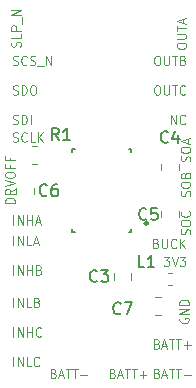
<source format=gbr>
%TF.GenerationSoftware,KiCad,Pcbnew,8.0.7*%
%TF.CreationDate,2025-02-16T23:20:21-06:00*%
%TF.ProjectId,MotorDriver,4d6f746f-7244-4726-9976-65722e6b6963,rev?*%
%TF.SameCoordinates,Original*%
%TF.FileFunction,Legend,Top*%
%TF.FilePolarity,Positive*%
%FSLAX46Y46*%
G04 Gerber Fmt 4.6, Leading zero omitted, Abs format (unit mm)*
G04 Created by KiCad (PCBNEW 8.0.7) date 2025-02-16 23:20:21*
%MOMM*%
%LPD*%
G01*
G04 APERTURE LIST*
%ADD10C,0.100000*%
%ADD11C,0.150000*%
%ADD12C,0.120000*%
%ADD13C,0.250000*%
G04 APERTURE END LIST*
D10*
X140564895Y-76280074D02*
X140564895Y-76137217D01*
X140564895Y-76137217D02*
X140602990Y-76065788D01*
X140602990Y-76065788D02*
X140679180Y-75994360D01*
X140679180Y-75994360D02*
X140831561Y-75958645D01*
X140831561Y-75958645D02*
X141098228Y-75958645D01*
X141098228Y-75958645D02*
X141250609Y-75994360D01*
X141250609Y-75994360D02*
X141326800Y-76065788D01*
X141326800Y-76065788D02*
X141364895Y-76137217D01*
X141364895Y-76137217D02*
X141364895Y-76280074D01*
X141364895Y-76280074D02*
X141326800Y-76351503D01*
X141326800Y-76351503D02*
X141250609Y-76422931D01*
X141250609Y-76422931D02*
X141098228Y-76458645D01*
X141098228Y-76458645D02*
X140831561Y-76458645D01*
X140831561Y-76458645D02*
X140679180Y-76422931D01*
X140679180Y-76422931D02*
X140602990Y-76351503D01*
X140602990Y-76351503D02*
X140564895Y-76280074D01*
X140564895Y-75637217D02*
X141212514Y-75637217D01*
X141212514Y-75637217D02*
X141288704Y-75601503D01*
X141288704Y-75601503D02*
X141326800Y-75565789D01*
X141326800Y-75565789D02*
X141364895Y-75494360D01*
X141364895Y-75494360D02*
X141364895Y-75351503D01*
X141364895Y-75351503D02*
X141326800Y-75280074D01*
X141326800Y-75280074D02*
X141288704Y-75244360D01*
X141288704Y-75244360D02*
X141212514Y-75208646D01*
X141212514Y-75208646D02*
X140564895Y-75208646D01*
X140564895Y-74958646D02*
X140564895Y-74530075D01*
X141364895Y-74744360D02*
X140564895Y-74744360D01*
X141136323Y-74315788D02*
X141136323Y-73958646D01*
X141364895Y-74387217D02*
X140564895Y-74137217D01*
X140564895Y-74137217D02*
X141364895Y-73887217D01*
X138862782Y-77064895D02*
X139005639Y-77064895D01*
X139005639Y-77064895D02*
X139077068Y-77102990D01*
X139077068Y-77102990D02*
X139148496Y-77179180D01*
X139148496Y-77179180D02*
X139184211Y-77331561D01*
X139184211Y-77331561D02*
X139184211Y-77598228D01*
X139184211Y-77598228D02*
X139148496Y-77750609D01*
X139148496Y-77750609D02*
X139077068Y-77826800D01*
X139077068Y-77826800D02*
X139005639Y-77864895D01*
X139005639Y-77864895D02*
X138862782Y-77864895D01*
X138862782Y-77864895D02*
X138791354Y-77826800D01*
X138791354Y-77826800D02*
X138719925Y-77750609D01*
X138719925Y-77750609D02*
X138684211Y-77598228D01*
X138684211Y-77598228D02*
X138684211Y-77331561D01*
X138684211Y-77331561D02*
X138719925Y-77179180D01*
X138719925Y-77179180D02*
X138791354Y-77102990D01*
X138791354Y-77102990D02*
X138862782Y-77064895D01*
X139505639Y-77064895D02*
X139505639Y-77712514D01*
X139505639Y-77712514D02*
X139541353Y-77788704D01*
X139541353Y-77788704D02*
X139577068Y-77826800D01*
X139577068Y-77826800D02*
X139648496Y-77864895D01*
X139648496Y-77864895D02*
X139791353Y-77864895D01*
X139791353Y-77864895D02*
X139862782Y-77826800D01*
X139862782Y-77826800D02*
X139898496Y-77788704D01*
X139898496Y-77788704D02*
X139934210Y-77712514D01*
X139934210Y-77712514D02*
X139934210Y-77064895D01*
X140184210Y-77064895D02*
X140612782Y-77064895D01*
X140398496Y-77864895D02*
X140398496Y-77064895D01*
X141112782Y-77445847D02*
X141219925Y-77483942D01*
X141219925Y-77483942D02*
X141255639Y-77522038D01*
X141255639Y-77522038D02*
X141291353Y-77598228D01*
X141291353Y-77598228D02*
X141291353Y-77712514D01*
X141291353Y-77712514D02*
X141255639Y-77788704D01*
X141255639Y-77788704D02*
X141219925Y-77826800D01*
X141219925Y-77826800D02*
X141148496Y-77864895D01*
X141148496Y-77864895D02*
X140862782Y-77864895D01*
X140862782Y-77864895D02*
X140862782Y-77064895D01*
X140862782Y-77064895D02*
X141112782Y-77064895D01*
X141112782Y-77064895D02*
X141184211Y-77102990D01*
X141184211Y-77102990D02*
X141219925Y-77141085D01*
X141219925Y-77141085D02*
X141255639Y-77217276D01*
X141255639Y-77217276D02*
X141255639Y-77293466D01*
X141255639Y-77293466D02*
X141219925Y-77369657D01*
X141219925Y-77369657D02*
X141184211Y-77407752D01*
X141184211Y-77407752D02*
X141112782Y-77445847D01*
X141112782Y-77445847D02*
X140862782Y-77445847D01*
X138862782Y-79564895D02*
X139005639Y-79564895D01*
X139005639Y-79564895D02*
X139077068Y-79602990D01*
X139077068Y-79602990D02*
X139148496Y-79679180D01*
X139148496Y-79679180D02*
X139184211Y-79831561D01*
X139184211Y-79831561D02*
X139184211Y-80098228D01*
X139184211Y-80098228D02*
X139148496Y-80250609D01*
X139148496Y-80250609D02*
X139077068Y-80326800D01*
X139077068Y-80326800D02*
X139005639Y-80364895D01*
X139005639Y-80364895D02*
X138862782Y-80364895D01*
X138862782Y-80364895D02*
X138791354Y-80326800D01*
X138791354Y-80326800D02*
X138719925Y-80250609D01*
X138719925Y-80250609D02*
X138684211Y-80098228D01*
X138684211Y-80098228D02*
X138684211Y-79831561D01*
X138684211Y-79831561D02*
X138719925Y-79679180D01*
X138719925Y-79679180D02*
X138791354Y-79602990D01*
X138791354Y-79602990D02*
X138862782Y-79564895D01*
X139505639Y-79564895D02*
X139505639Y-80212514D01*
X139505639Y-80212514D02*
X139541353Y-80288704D01*
X139541353Y-80288704D02*
X139577068Y-80326800D01*
X139577068Y-80326800D02*
X139648496Y-80364895D01*
X139648496Y-80364895D02*
X139791353Y-80364895D01*
X139791353Y-80364895D02*
X139862782Y-80326800D01*
X139862782Y-80326800D02*
X139898496Y-80288704D01*
X139898496Y-80288704D02*
X139934210Y-80212514D01*
X139934210Y-80212514D02*
X139934210Y-79564895D01*
X140184210Y-79564895D02*
X140612782Y-79564895D01*
X140398496Y-80364895D02*
X140398496Y-79564895D01*
X141291353Y-80288704D02*
X141255639Y-80326800D01*
X141255639Y-80326800D02*
X141148496Y-80364895D01*
X141148496Y-80364895D02*
X141077068Y-80364895D01*
X141077068Y-80364895D02*
X140969925Y-80326800D01*
X140969925Y-80326800D02*
X140898496Y-80250609D01*
X140898496Y-80250609D02*
X140862782Y-80174419D01*
X140862782Y-80174419D02*
X140827068Y-80022038D01*
X140827068Y-80022038D02*
X140827068Y-79907752D01*
X140827068Y-79907752D02*
X140862782Y-79755371D01*
X140862782Y-79755371D02*
X140898496Y-79679180D01*
X140898496Y-79679180D02*
X140969925Y-79602990D01*
X140969925Y-79602990D02*
X141077068Y-79564895D01*
X141077068Y-79564895D02*
X141148496Y-79564895D01*
X141148496Y-79564895D02*
X141255639Y-79602990D01*
X141255639Y-79602990D02*
X141291353Y-79641085D01*
X140077068Y-82864895D02*
X140077068Y-82064895D01*
X140077068Y-82064895D02*
X140505639Y-82864895D01*
X140505639Y-82864895D02*
X140505639Y-82064895D01*
X141291353Y-82788704D02*
X141255639Y-82826800D01*
X141255639Y-82826800D02*
X141148496Y-82864895D01*
X141148496Y-82864895D02*
X141077068Y-82864895D01*
X141077068Y-82864895D02*
X140969925Y-82826800D01*
X140969925Y-82826800D02*
X140898496Y-82750609D01*
X140898496Y-82750609D02*
X140862782Y-82674419D01*
X140862782Y-82674419D02*
X140827068Y-82522038D01*
X140827068Y-82522038D02*
X140827068Y-82407752D01*
X140827068Y-82407752D02*
X140862782Y-82255371D01*
X140862782Y-82255371D02*
X140898496Y-82179180D01*
X140898496Y-82179180D02*
X140969925Y-82102990D01*
X140969925Y-82102990D02*
X141077068Y-82064895D01*
X141077068Y-82064895D02*
X141148496Y-82064895D01*
X141148496Y-82064895D02*
X141255639Y-82102990D01*
X141255639Y-82102990D02*
X141291353Y-82141085D01*
X141692092Y-85997205D02*
X141730187Y-85890063D01*
X141730187Y-85890063D02*
X141730187Y-85711491D01*
X141730187Y-85711491D02*
X141692092Y-85640063D01*
X141692092Y-85640063D02*
X141653996Y-85604348D01*
X141653996Y-85604348D02*
X141577806Y-85568634D01*
X141577806Y-85568634D02*
X141501615Y-85568634D01*
X141501615Y-85568634D02*
X141425425Y-85604348D01*
X141425425Y-85604348D02*
X141387330Y-85640063D01*
X141387330Y-85640063D02*
X141349234Y-85711491D01*
X141349234Y-85711491D02*
X141311139Y-85854348D01*
X141311139Y-85854348D02*
X141273044Y-85925777D01*
X141273044Y-85925777D02*
X141234949Y-85961491D01*
X141234949Y-85961491D02*
X141158758Y-85997205D01*
X141158758Y-85997205D02*
X141082568Y-85997205D01*
X141082568Y-85997205D02*
X141006377Y-85961491D01*
X141006377Y-85961491D02*
X140968282Y-85925777D01*
X140968282Y-85925777D02*
X140930187Y-85854348D01*
X140930187Y-85854348D02*
X140930187Y-85675777D01*
X140930187Y-85675777D02*
X140968282Y-85568634D01*
X140930187Y-85104348D02*
X140930187Y-84961491D01*
X140930187Y-84961491D02*
X140968282Y-84890062D01*
X140968282Y-84890062D02*
X141044472Y-84818634D01*
X141044472Y-84818634D02*
X141196853Y-84782919D01*
X141196853Y-84782919D02*
X141463520Y-84782919D01*
X141463520Y-84782919D02*
X141615901Y-84818634D01*
X141615901Y-84818634D02*
X141692092Y-84890062D01*
X141692092Y-84890062D02*
X141730187Y-84961491D01*
X141730187Y-84961491D02*
X141730187Y-85104348D01*
X141730187Y-85104348D02*
X141692092Y-85175777D01*
X141692092Y-85175777D02*
X141615901Y-85247205D01*
X141615901Y-85247205D02*
X141463520Y-85282919D01*
X141463520Y-85282919D02*
X141196853Y-85282919D01*
X141196853Y-85282919D02*
X141044472Y-85247205D01*
X141044472Y-85247205D02*
X140968282Y-85175777D01*
X140968282Y-85175777D02*
X140930187Y-85104348D01*
X141501615Y-84497205D02*
X141501615Y-84140063D01*
X141730187Y-84568634D02*
X140930187Y-84318634D01*
X140930187Y-84318634D02*
X141730187Y-84068634D01*
X141702573Y-88944738D02*
X141740668Y-88837596D01*
X141740668Y-88837596D02*
X141740668Y-88659024D01*
X141740668Y-88659024D02*
X141702573Y-88587596D01*
X141702573Y-88587596D02*
X141664477Y-88551881D01*
X141664477Y-88551881D02*
X141588287Y-88516167D01*
X141588287Y-88516167D02*
X141512096Y-88516167D01*
X141512096Y-88516167D02*
X141435906Y-88551881D01*
X141435906Y-88551881D02*
X141397811Y-88587596D01*
X141397811Y-88587596D02*
X141359715Y-88659024D01*
X141359715Y-88659024D02*
X141321620Y-88801881D01*
X141321620Y-88801881D02*
X141283525Y-88873310D01*
X141283525Y-88873310D02*
X141245430Y-88909024D01*
X141245430Y-88909024D02*
X141169239Y-88944738D01*
X141169239Y-88944738D02*
X141093049Y-88944738D01*
X141093049Y-88944738D02*
X141016858Y-88909024D01*
X141016858Y-88909024D02*
X140978763Y-88873310D01*
X140978763Y-88873310D02*
X140940668Y-88801881D01*
X140940668Y-88801881D02*
X140940668Y-88623310D01*
X140940668Y-88623310D02*
X140978763Y-88516167D01*
X140940668Y-88051881D02*
X140940668Y-87909024D01*
X140940668Y-87909024D02*
X140978763Y-87837595D01*
X140978763Y-87837595D02*
X141054953Y-87766167D01*
X141054953Y-87766167D02*
X141207334Y-87730452D01*
X141207334Y-87730452D02*
X141474001Y-87730452D01*
X141474001Y-87730452D02*
X141626382Y-87766167D01*
X141626382Y-87766167D02*
X141702573Y-87837595D01*
X141702573Y-87837595D02*
X141740668Y-87909024D01*
X141740668Y-87909024D02*
X141740668Y-88051881D01*
X141740668Y-88051881D02*
X141702573Y-88123310D01*
X141702573Y-88123310D02*
X141626382Y-88194738D01*
X141626382Y-88194738D02*
X141474001Y-88230452D01*
X141474001Y-88230452D02*
X141207334Y-88230452D01*
X141207334Y-88230452D02*
X141054953Y-88194738D01*
X141054953Y-88194738D02*
X140978763Y-88123310D01*
X140978763Y-88123310D02*
X140940668Y-88051881D01*
X141321620Y-87159024D02*
X141359715Y-87051881D01*
X141359715Y-87051881D02*
X141397811Y-87016167D01*
X141397811Y-87016167D02*
X141474001Y-86980453D01*
X141474001Y-86980453D02*
X141588287Y-86980453D01*
X141588287Y-86980453D02*
X141664477Y-87016167D01*
X141664477Y-87016167D02*
X141702573Y-87051881D01*
X141702573Y-87051881D02*
X141740668Y-87123310D01*
X141740668Y-87123310D02*
X141740668Y-87409024D01*
X141740668Y-87409024D02*
X140940668Y-87409024D01*
X140940668Y-87409024D02*
X140940668Y-87159024D01*
X140940668Y-87159024D02*
X140978763Y-87087596D01*
X140978763Y-87087596D02*
X141016858Y-87051881D01*
X141016858Y-87051881D02*
X141093049Y-87016167D01*
X141093049Y-87016167D02*
X141169239Y-87016167D01*
X141169239Y-87016167D02*
X141245430Y-87051881D01*
X141245430Y-87051881D02*
X141283525Y-87087596D01*
X141283525Y-87087596D02*
X141321620Y-87159024D01*
X141321620Y-87159024D02*
X141321620Y-87409024D01*
X141681611Y-92193893D02*
X141719706Y-92086751D01*
X141719706Y-92086751D02*
X141719706Y-91908179D01*
X141719706Y-91908179D02*
X141681611Y-91836751D01*
X141681611Y-91836751D02*
X141643515Y-91801036D01*
X141643515Y-91801036D02*
X141567325Y-91765322D01*
X141567325Y-91765322D02*
X141491134Y-91765322D01*
X141491134Y-91765322D02*
X141414944Y-91801036D01*
X141414944Y-91801036D02*
X141376849Y-91836751D01*
X141376849Y-91836751D02*
X141338753Y-91908179D01*
X141338753Y-91908179D02*
X141300658Y-92051036D01*
X141300658Y-92051036D02*
X141262563Y-92122465D01*
X141262563Y-92122465D02*
X141224468Y-92158179D01*
X141224468Y-92158179D02*
X141148277Y-92193893D01*
X141148277Y-92193893D02*
X141072087Y-92193893D01*
X141072087Y-92193893D02*
X140995896Y-92158179D01*
X140995896Y-92158179D02*
X140957801Y-92122465D01*
X140957801Y-92122465D02*
X140919706Y-92051036D01*
X140919706Y-92051036D02*
X140919706Y-91872465D01*
X140919706Y-91872465D02*
X140957801Y-91765322D01*
X140919706Y-91301036D02*
X140919706Y-91158179D01*
X140919706Y-91158179D02*
X140957801Y-91086750D01*
X140957801Y-91086750D02*
X141033991Y-91015322D01*
X141033991Y-91015322D02*
X141186372Y-90979607D01*
X141186372Y-90979607D02*
X141453039Y-90979607D01*
X141453039Y-90979607D02*
X141605420Y-91015322D01*
X141605420Y-91015322D02*
X141681611Y-91086750D01*
X141681611Y-91086750D02*
X141719706Y-91158179D01*
X141719706Y-91158179D02*
X141719706Y-91301036D01*
X141719706Y-91301036D02*
X141681611Y-91372465D01*
X141681611Y-91372465D02*
X141605420Y-91443893D01*
X141605420Y-91443893D02*
X141453039Y-91479607D01*
X141453039Y-91479607D02*
X141186372Y-91479607D01*
X141186372Y-91479607D02*
X141033991Y-91443893D01*
X141033991Y-91443893D02*
X140957801Y-91372465D01*
X140957801Y-91372465D02*
X140919706Y-91301036D01*
X141643515Y-90229608D02*
X141681611Y-90265322D01*
X141681611Y-90265322D02*
X141719706Y-90372465D01*
X141719706Y-90372465D02*
X141719706Y-90443893D01*
X141719706Y-90443893D02*
X141681611Y-90551036D01*
X141681611Y-90551036D02*
X141605420Y-90622465D01*
X141605420Y-90622465D02*
X141529230Y-90658179D01*
X141529230Y-90658179D02*
X141376849Y-90693893D01*
X141376849Y-90693893D02*
X141262563Y-90693893D01*
X141262563Y-90693893D02*
X141110182Y-90658179D01*
X141110182Y-90658179D02*
X141033991Y-90622465D01*
X141033991Y-90622465D02*
X140957801Y-90551036D01*
X140957801Y-90551036D02*
X140919706Y-90443893D01*
X140919706Y-90443893D02*
X140919706Y-90372465D01*
X140919706Y-90372465D02*
X140957801Y-90265322D01*
X140957801Y-90265322D02*
X140995896Y-90229608D01*
X138827068Y-92945847D02*
X138934211Y-92983942D01*
X138934211Y-92983942D02*
X138969925Y-93022038D01*
X138969925Y-93022038D02*
X139005639Y-93098228D01*
X139005639Y-93098228D02*
X139005639Y-93212514D01*
X139005639Y-93212514D02*
X138969925Y-93288704D01*
X138969925Y-93288704D02*
X138934211Y-93326800D01*
X138934211Y-93326800D02*
X138862782Y-93364895D01*
X138862782Y-93364895D02*
X138577068Y-93364895D01*
X138577068Y-93364895D02*
X138577068Y-92564895D01*
X138577068Y-92564895D02*
X138827068Y-92564895D01*
X138827068Y-92564895D02*
X138898497Y-92602990D01*
X138898497Y-92602990D02*
X138934211Y-92641085D01*
X138934211Y-92641085D02*
X138969925Y-92717276D01*
X138969925Y-92717276D02*
X138969925Y-92793466D01*
X138969925Y-92793466D02*
X138934211Y-92869657D01*
X138934211Y-92869657D02*
X138898497Y-92907752D01*
X138898497Y-92907752D02*
X138827068Y-92945847D01*
X138827068Y-92945847D02*
X138577068Y-92945847D01*
X139327068Y-92564895D02*
X139327068Y-93212514D01*
X139327068Y-93212514D02*
X139362782Y-93288704D01*
X139362782Y-93288704D02*
X139398497Y-93326800D01*
X139398497Y-93326800D02*
X139469925Y-93364895D01*
X139469925Y-93364895D02*
X139612782Y-93364895D01*
X139612782Y-93364895D02*
X139684211Y-93326800D01*
X139684211Y-93326800D02*
X139719925Y-93288704D01*
X139719925Y-93288704D02*
X139755639Y-93212514D01*
X139755639Y-93212514D02*
X139755639Y-92564895D01*
X140541353Y-93288704D02*
X140505639Y-93326800D01*
X140505639Y-93326800D02*
X140398496Y-93364895D01*
X140398496Y-93364895D02*
X140327068Y-93364895D01*
X140327068Y-93364895D02*
X140219925Y-93326800D01*
X140219925Y-93326800D02*
X140148496Y-93250609D01*
X140148496Y-93250609D02*
X140112782Y-93174419D01*
X140112782Y-93174419D02*
X140077068Y-93022038D01*
X140077068Y-93022038D02*
X140077068Y-92907752D01*
X140077068Y-92907752D02*
X140112782Y-92755371D01*
X140112782Y-92755371D02*
X140148496Y-92679180D01*
X140148496Y-92679180D02*
X140219925Y-92602990D01*
X140219925Y-92602990D02*
X140327068Y-92564895D01*
X140327068Y-92564895D02*
X140398496Y-92564895D01*
X140398496Y-92564895D02*
X140505639Y-92602990D01*
X140505639Y-92602990D02*
X140541353Y-92641085D01*
X140862782Y-93364895D02*
X140862782Y-92564895D01*
X141291353Y-93364895D02*
X140969925Y-92907752D01*
X141291353Y-92564895D02*
X140862782Y-93022038D01*
X139469924Y-94064895D02*
X139934210Y-94064895D01*
X139934210Y-94064895D02*
X139684210Y-94369657D01*
X139684210Y-94369657D02*
X139791353Y-94369657D01*
X139791353Y-94369657D02*
X139862782Y-94407752D01*
X139862782Y-94407752D02*
X139898496Y-94445847D01*
X139898496Y-94445847D02*
X139934210Y-94522038D01*
X139934210Y-94522038D02*
X139934210Y-94712514D01*
X139934210Y-94712514D02*
X139898496Y-94788704D01*
X139898496Y-94788704D02*
X139862782Y-94826800D01*
X139862782Y-94826800D02*
X139791353Y-94864895D01*
X139791353Y-94864895D02*
X139577067Y-94864895D01*
X139577067Y-94864895D02*
X139505639Y-94826800D01*
X139505639Y-94826800D02*
X139469924Y-94788704D01*
X140148496Y-94064895D02*
X140398496Y-94864895D01*
X140398496Y-94864895D02*
X140648496Y-94064895D01*
X140827067Y-94064895D02*
X141291353Y-94064895D01*
X141291353Y-94064895D02*
X141041353Y-94369657D01*
X141041353Y-94369657D02*
X141148496Y-94369657D01*
X141148496Y-94369657D02*
X141219925Y-94407752D01*
X141219925Y-94407752D02*
X141255639Y-94445847D01*
X141255639Y-94445847D02*
X141291353Y-94522038D01*
X141291353Y-94522038D02*
X141291353Y-94712514D01*
X141291353Y-94712514D02*
X141255639Y-94788704D01*
X141255639Y-94788704D02*
X141219925Y-94826800D01*
X141219925Y-94826800D02*
X141148496Y-94864895D01*
X141148496Y-94864895D02*
X140934210Y-94864895D01*
X140934210Y-94864895D02*
X140862782Y-94826800D01*
X140862782Y-94826800D02*
X140827067Y-94788704D01*
X140852990Y-99280074D02*
X140814895Y-99351503D01*
X140814895Y-99351503D02*
X140814895Y-99458645D01*
X140814895Y-99458645D02*
X140852990Y-99565788D01*
X140852990Y-99565788D02*
X140929180Y-99637217D01*
X140929180Y-99637217D02*
X141005371Y-99672931D01*
X141005371Y-99672931D02*
X141157752Y-99708645D01*
X141157752Y-99708645D02*
X141272038Y-99708645D01*
X141272038Y-99708645D02*
X141424419Y-99672931D01*
X141424419Y-99672931D02*
X141500609Y-99637217D01*
X141500609Y-99637217D02*
X141576800Y-99565788D01*
X141576800Y-99565788D02*
X141614895Y-99458645D01*
X141614895Y-99458645D02*
X141614895Y-99387217D01*
X141614895Y-99387217D02*
X141576800Y-99280074D01*
X141576800Y-99280074D02*
X141538704Y-99244360D01*
X141538704Y-99244360D02*
X141272038Y-99244360D01*
X141272038Y-99244360D02*
X141272038Y-99387217D01*
X141614895Y-98922931D02*
X140814895Y-98922931D01*
X140814895Y-98922931D02*
X141614895Y-98494360D01*
X141614895Y-98494360D02*
X140814895Y-98494360D01*
X141614895Y-98137217D02*
X140814895Y-98137217D01*
X140814895Y-98137217D02*
X140814895Y-97958646D01*
X140814895Y-97958646D02*
X140852990Y-97851503D01*
X140852990Y-97851503D02*
X140929180Y-97780074D01*
X140929180Y-97780074D02*
X141005371Y-97744360D01*
X141005371Y-97744360D02*
X141157752Y-97708646D01*
X141157752Y-97708646D02*
X141272038Y-97708646D01*
X141272038Y-97708646D02*
X141424419Y-97744360D01*
X141424419Y-97744360D02*
X141500609Y-97780074D01*
X141500609Y-97780074D02*
X141576800Y-97851503D01*
X141576800Y-97851503D02*
X141614895Y-97958646D01*
X141614895Y-97958646D02*
X141614895Y-98137217D01*
X138898496Y-101445847D02*
X139005639Y-101483942D01*
X139005639Y-101483942D02*
X139041353Y-101522038D01*
X139041353Y-101522038D02*
X139077067Y-101598228D01*
X139077067Y-101598228D02*
X139077067Y-101712514D01*
X139077067Y-101712514D02*
X139041353Y-101788704D01*
X139041353Y-101788704D02*
X139005639Y-101826800D01*
X139005639Y-101826800D02*
X138934210Y-101864895D01*
X138934210Y-101864895D02*
X138648496Y-101864895D01*
X138648496Y-101864895D02*
X138648496Y-101064895D01*
X138648496Y-101064895D02*
X138898496Y-101064895D01*
X138898496Y-101064895D02*
X138969925Y-101102990D01*
X138969925Y-101102990D02*
X139005639Y-101141085D01*
X139005639Y-101141085D02*
X139041353Y-101217276D01*
X139041353Y-101217276D02*
X139041353Y-101293466D01*
X139041353Y-101293466D02*
X139005639Y-101369657D01*
X139005639Y-101369657D02*
X138969925Y-101407752D01*
X138969925Y-101407752D02*
X138898496Y-101445847D01*
X138898496Y-101445847D02*
X138648496Y-101445847D01*
X139362782Y-101636323D02*
X139719925Y-101636323D01*
X139291353Y-101864895D02*
X139541353Y-101064895D01*
X139541353Y-101064895D02*
X139791353Y-101864895D01*
X139934210Y-101064895D02*
X140362782Y-101064895D01*
X140148496Y-101864895D02*
X140148496Y-101064895D01*
X140505639Y-101064895D02*
X140934211Y-101064895D01*
X140719925Y-101864895D02*
X140719925Y-101064895D01*
X141184211Y-101560133D02*
X141755640Y-101560133D01*
X141469925Y-101864895D02*
X141469925Y-101255371D01*
X135148496Y-103945847D02*
X135255639Y-103983942D01*
X135255639Y-103983942D02*
X135291353Y-104022038D01*
X135291353Y-104022038D02*
X135327067Y-104098228D01*
X135327067Y-104098228D02*
X135327067Y-104212514D01*
X135327067Y-104212514D02*
X135291353Y-104288704D01*
X135291353Y-104288704D02*
X135255639Y-104326800D01*
X135255639Y-104326800D02*
X135184210Y-104364895D01*
X135184210Y-104364895D02*
X134898496Y-104364895D01*
X134898496Y-104364895D02*
X134898496Y-103564895D01*
X134898496Y-103564895D02*
X135148496Y-103564895D01*
X135148496Y-103564895D02*
X135219925Y-103602990D01*
X135219925Y-103602990D02*
X135255639Y-103641085D01*
X135255639Y-103641085D02*
X135291353Y-103717276D01*
X135291353Y-103717276D02*
X135291353Y-103793466D01*
X135291353Y-103793466D02*
X135255639Y-103869657D01*
X135255639Y-103869657D02*
X135219925Y-103907752D01*
X135219925Y-103907752D02*
X135148496Y-103945847D01*
X135148496Y-103945847D02*
X134898496Y-103945847D01*
X135612782Y-104136323D02*
X135969925Y-104136323D01*
X135541353Y-104364895D02*
X135791353Y-103564895D01*
X135791353Y-103564895D02*
X136041353Y-104364895D01*
X136184210Y-103564895D02*
X136612782Y-103564895D01*
X136398496Y-104364895D02*
X136398496Y-103564895D01*
X136755639Y-103564895D02*
X137184211Y-103564895D01*
X136969925Y-104364895D02*
X136969925Y-103564895D01*
X137434211Y-104060133D02*
X138005640Y-104060133D01*
X137719925Y-104364895D02*
X137719925Y-103755371D01*
X130148496Y-103945847D02*
X130255639Y-103983942D01*
X130255639Y-103983942D02*
X130291353Y-104022038D01*
X130291353Y-104022038D02*
X130327067Y-104098228D01*
X130327067Y-104098228D02*
X130327067Y-104212514D01*
X130327067Y-104212514D02*
X130291353Y-104288704D01*
X130291353Y-104288704D02*
X130255639Y-104326800D01*
X130255639Y-104326800D02*
X130184210Y-104364895D01*
X130184210Y-104364895D02*
X129898496Y-104364895D01*
X129898496Y-104364895D02*
X129898496Y-103564895D01*
X129898496Y-103564895D02*
X130148496Y-103564895D01*
X130148496Y-103564895D02*
X130219925Y-103602990D01*
X130219925Y-103602990D02*
X130255639Y-103641085D01*
X130255639Y-103641085D02*
X130291353Y-103717276D01*
X130291353Y-103717276D02*
X130291353Y-103793466D01*
X130291353Y-103793466D02*
X130255639Y-103869657D01*
X130255639Y-103869657D02*
X130219925Y-103907752D01*
X130219925Y-103907752D02*
X130148496Y-103945847D01*
X130148496Y-103945847D02*
X129898496Y-103945847D01*
X130612782Y-104136323D02*
X130969925Y-104136323D01*
X130541353Y-104364895D02*
X130791353Y-103564895D01*
X130791353Y-103564895D02*
X131041353Y-104364895D01*
X131184210Y-103564895D02*
X131612782Y-103564895D01*
X131398496Y-104364895D02*
X131398496Y-103564895D01*
X131755639Y-103564895D02*
X132184211Y-103564895D01*
X131969925Y-104364895D02*
X131969925Y-103564895D01*
X132434211Y-104060133D02*
X133005640Y-104060133D01*
X138898496Y-103945847D02*
X139005639Y-103983942D01*
X139005639Y-103983942D02*
X139041353Y-104022038D01*
X139041353Y-104022038D02*
X139077067Y-104098228D01*
X139077067Y-104098228D02*
X139077067Y-104212514D01*
X139077067Y-104212514D02*
X139041353Y-104288704D01*
X139041353Y-104288704D02*
X139005639Y-104326800D01*
X139005639Y-104326800D02*
X138934210Y-104364895D01*
X138934210Y-104364895D02*
X138648496Y-104364895D01*
X138648496Y-104364895D02*
X138648496Y-103564895D01*
X138648496Y-103564895D02*
X138898496Y-103564895D01*
X138898496Y-103564895D02*
X138969925Y-103602990D01*
X138969925Y-103602990D02*
X139005639Y-103641085D01*
X139005639Y-103641085D02*
X139041353Y-103717276D01*
X139041353Y-103717276D02*
X139041353Y-103793466D01*
X139041353Y-103793466D02*
X139005639Y-103869657D01*
X139005639Y-103869657D02*
X138969925Y-103907752D01*
X138969925Y-103907752D02*
X138898496Y-103945847D01*
X138898496Y-103945847D02*
X138648496Y-103945847D01*
X139362782Y-104136323D02*
X139719925Y-104136323D01*
X139291353Y-104364895D02*
X139541353Y-103564895D01*
X139541353Y-103564895D02*
X139791353Y-104364895D01*
X139934210Y-103564895D02*
X140362782Y-103564895D01*
X140148496Y-104364895D02*
X140148496Y-103564895D01*
X140505639Y-103564895D02*
X140934211Y-103564895D01*
X140719925Y-104364895D02*
X140719925Y-103564895D01*
X141184211Y-104060133D02*
X141755640Y-104060133D01*
X126744360Y-103364895D02*
X126744360Y-102564895D01*
X127101503Y-103364895D02*
X127101503Y-102564895D01*
X127101503Y-102564895D02*
X127530074Y-103364895D01*
X127530074Y-103364895D02*
X127530074Y-102564895D01*
X128244360Y-103364895D02*
X127887217Y-103364895D01*
X127887217Y-103364895D02*
X127887217Y-102564895D01*
X128922931Y-103288704D02*
X128887217Y-103326800D01*
X128887217Y-103326800D02*
X128780074Y-103364895D01*
X128780074Y-103364895D02*
X128708646Y-103364895D01*
X128708646Y-103364895D02*
X128601503Y-103326800D01*
X128601503Y-103326800D02*
X128530074Y-103250609D01*
X128530074Y-103250609D02*
X128494360Y-103174419D01*
X128494360Y-103174419D02*
X128458646Y-103022038D01*
X128458646Y-103022038D02*
X128458646Y-102907752D01*
X128458646Y-102907752D02*
X128494360Y-102755371D01*
X128494360Y-102755371D02*
X128530074Y-102679180D01*
X128530074Y-102679180D02*
X128601503Y-102602990D01*
X128601503Y-102602990D02*
X128708646Y-102564895D01*
X128708646Y-102564895D02*
X128780074Y-102564895D01*
X128780074Y-102564895D02*
X128887217Y-102602990D01*
X128887217Y-102602990D02*
X128922931Y-102641085D01*
X126744360Y-100864895D02*
X126744360Y-100064895D01*
X127101503Y-100864895D02*
X127101503Y-100064895D01*
X127101503Y-100064895D02*
X127530074Y-100864895D01*
X127530074Y-100864895D02*
X127530074Y-100064895D01*
X127887217Y-100864895D02*
X127887217Y-100064895D01*
X127887217Y-100445847D02*
X128315788Y-100445847D01*
X128315788Y-100864895D02*
X128315788Y-100064895D01*
X129101502Y-100788704D02*
X129065788Y-100826800D01*
X129065788Y-100826800D02*
X128958645Y-100864895D01*
X128958645Y-100864895D02*
X128887217Y-100864895D01*
X128887217Y-100864895D02*
X128780074Y-100826800D01*
X128780074Y-100826800D02*
X128708645Y-100750609D01*
X128708645Y-100750609D02*
X128672931Y-100674419D01*
X128672931Y-100674419D02*
X128637217Y-100522038D01*
X128637217Y-100522038D02*
X128637217Y-100407752D01*
X128637217Y-100407752D02*
X128672931Y-100255371D01*
X128672931Y-100255371D02*
X128708645Y-100179180D01*
X128708645Y-100179180D02*
X128780074Y-100102990D01*
X128780074Y-100102990D02*
X128887217Y-100064895D01*
X128887217Y-100064895D02*
X128958645Y-100064895D01*
X128958645Y-100064895D02*
X129065788Y-100102990D01*
X129065788Y-100102990D02*
X129101502Y-100141085D01*
X126744360Y-98364895D02*
X126744360Y-97564895D01*
X127101503Y-98364895D02*
X127101503Y-97564895D01*
X127101503Y-97564895D02*
X127530074Y-98364895D01*
X127530074Y-98364895D02*
X127530074Y-97564895D01*
X128244360Y-98364895D02*
X127887217Y-98364895D01*
X127887217Y-98364895D02*
X127887217Y-97564895D01*
X128744360Y-97945847D02*
X128851503Y-97983942D01*
X128851503Y-97983942D02*
X128887217Y-98022038D01*
X128887217Y-98022038D02*
X128922931Y-98098228D01*
X128922931Y-98098228D02*
X128922931Y-98212514D01*
X128922931Y-98212514D02*
X128887217Y-98288704D01*
X128887217Y-98288704D02*
X128851503Y-98326800D01*
X128851503Y-98326800D02*
X128780074Y-98364895D01*
X128780074Y-98364895D02*
X128494360Y-98364895D01*
X128494360Y-98364895D02*
X128494360Y-97564895D01*
X128494360Y-97564895D02*
X128744360Y-97564895D01*
X128744360Y-97564895D02*
X128815789Y-97602990D01*
X128815789Y-97602990D02*
X128851503Y-97641085D01*
X128851503Y-97641085D02*
X128887217Y-97717276D01*
X128887217Y-97717276D02*
X128887217Y-97793466D01*
X128887217Y-97793466D02*
X128851503Y-97869657D01*
X128851503Y-97869657D02*
X128815789Y-97907752D01*
X128815789Y-97907752D02*
X128744360Y-97945847D01*
X128744360Y-97945847D02*
X128494360Y-97945847D01*
X126744360Y-95614895D02*
X126744360Y-94814895D01*
X127101503Y-95614895D02*
X127101503Y-94814895D01*
X127101503Y-94814895D02*
X127530074Y-95614895D01*
X127530074Y-95614895D02*
X127530074Y-94814895D01*
X127887217Y-95614895D02*
X127887217Y-94814895D01*
X127887217Y-95195847D02*
X128315788Y-95195847D01*
X128315788Y-95614895D02*
X128315788Y-94814895D01*
X128922931Y-95195847D02*
X129030074Y-95233942D01*
X129030074Y-95233942D02*
X129065788Y-95272038D01*
X129065788Y-95272038D02*
X129101502Y-95348228D01*
X129101502Y-95348228D02*
X129101502Y-95462514D01*
X129101502Y-95462514D02*
X129065788Y-95538704D01*
X129065788Y-95538704D02*
X129030074Y-95576800D01*
X129030074Y-95576800D02*
X128958645Y-95614895D01*
X128958645Y-95614895D02*
X128672931Y-95614895D01*
X128672931Y-95614895D02*
X128672931Y-94814895D01*
X128672931Y-94814895D02*
X128922931Y-94814895D01*
X128922931Y-94814895D02*
X128994360Y-94852990D01*
X128994360Y-94852990D02*
X129030074Y-94891085D01*
X129030074Y-94891085D02*
X129065788Y-94967276D01*
X129065788Y-94967276D02*
X129065788Y-95043466D01*
X129065788Y-95043466D02*
X129030074Y-95119657D01*
X129030074Y-95119657D02*
X128994360Y-95157752D01*
X128994360Y-95157752D02*
X128922931Y-95195847D01*
X128922931Y-95195847D02*
X128672931Y-95195847D01*
X126744360Y-93114895D02*
X126744360Y-92314895D01*
X127101503Y-93114895D02*
X127101503Y-92314895D01*
X127101503Y-92314895D02*
X127530074Y-93114895D01*
X127530074Y-93114895D02*
X127530074Y-92314895D01*
X128244360Y-93114895D02*
X127887217Y-93114895D01*
X127887217Y-93114895D02*
X127887217Y-92314895D01*
X128458646Y-92886323D02*
X128815789Y-92886323D01*
X128387217Y-93114895D02*
X128637217Y-92314895D01*
X128637217Y-92314895D02*
X128887217Y-93114895D01*
X126744360Y-91364895D02*
X126744360Y-90564895D01*
X127101503Y-91364895D02*
X127101503Y-90564895D01*
X127101503Y-90564895D02*
X127530074Y-91364895D01*
X127530074Y-91364895D02*
X127530074Y-90564895D01*
X127887217Y-91364895D02*
X127887217Y-90564895D01*
X127887217Y-90945847D02*
X128315788Y-90945847D01*
X128315788Y-91364895D02*
X128315788Y-90564895D01*
X128637217Y-91136323D02*
X128994360Y-91136323D01*
X128565788Y-91364895D02*
X128815788Y-90564895D01*
X128815788Y-90564895D02*
X129065788Y-91364895D01*
X126864895Y-89505639D02*
X126064895Y-89505639D01*
X126064895Y-89505639D02*
X126064895Y-89327068D01*
X126064895Y-89327068D02*
X126102990Y-89219925D01*
X126102990Y-89219925D02*
X126179180Y-89148496D01*
X126179180Y-89148496D02*
X126255371Y-89112782D01*
X126255371Y-89112782D02*
X126407752Y-89077068D01*
X126407752Y-89077068D02*
X126522038Y-89077068D01*
X126522038Y-89077068D02*
X126674419Y-89112782D01*
X126674419Y-89112782D02*
X126750609Y-89148496D01*
X126750609Y-89148496D02*
X126826800Y-89219925D01*
X126826800Y-89219925D02*
X126864895Y-89327068D01*
X126864895Y-89327068D02*
X126864895Y-89505639D01*
X126864895Y-88327068D02*
X126483942Y-88577068D01*
X126864895Y-88755639D02*
X126064895Y-88755639D01*
X126064895Y-88755639D02*
X126064895Y-88469925D01*
X126064895Y-88469925D02*
X126102990Y-88398496D01*
X126102990Y-88398496D02*
X126141085Y-88362782D01*
X126141085Y-88362782D02*
X126217276Y-88327068D01*
X126217276Y-88327068D02*
X126331561Y-88327068D01*
X126331561Y-88327068D02*
X126407752Y-88362782D01*
X126407752Y-88362782D02*
X126445847Y-88398496D01*
X126445847Y-88398496D02*
X126483942Y-88469925D01*
X126483942Y-88469925D02*
X126483942Y-88755639D01*
X126064895Y-88112782D02*
X126864895Y-87862782D01*
X126864895Y-87862782D02*
X126064895Y-87612782D01*
X126064895Y-87219925D02*
X126064895Y-87077068D01*
X126064895Y-87077068D02*
X126102990Y-87005639D01*
X126102990Y-87005639D02*
X126179180Y-86934211D01*
X126179180Y-86934211D02*
X126331561Y-86898496D01*
X126331561Y-86898496D02*
X126598228Y-86898496D01*
X126598228Y-86898496D02*
X126750609Y-86934211D01*
X126750609Y-86934211D02*
X126826800Y-87005639D01*
X126826800Y-87005639D02*
X126864895Y-87077068D01*
X126864895Y-87077068D02*
X126864895Y-87219925D01*
X126864895Y-87219925D02*
X126826800Y-87291354D01*
X126826800Y-87291354D02*
X126750609Y-87362782D01*
X126750609Y-87362782D02*
X126598228Y-87398496D01*
X126598228Y-87398496D02*
X126331561Y-87398496D01*
X126331561Y-87398496D02*
X126179180Y-87362782D01*
X126179180Y-87362782D02*
X126102990Y-87291354D01*
X126102990Y-87291354D02*
X126064895Y-87219925D01*
X126445847Y-86327068D02*
X126445847Y-86577068D01*
X126864895Y-86577068D02*
X126064895Y-86577068D01*
X126064895Y-86577068D02*
X126064895Y-86219925D01*
X126445847Y-85684211D02*
X126445847Y-85934211D01*
X126864895Y-85934211D02*
X126064895Y-85934211D01*
X126064895Y-85934211D02*
X126064895Y-85577068D01*
X126708646Y-84326800D02*
X126815789Y-84364895D01*
X126815789Y-84364895D02*
X126994360Y-84364895D01*
X126994360Y-84364895D02*
X127065789Y-84326800D01*
X127065789Y-84326800D02*
X127101503Y-84288704D01*
X127101503Y-84288704D02*
X127137217Y-84212514D01*
X127137217Y-84212514D02*
X127137217Y-84136323D01*
X127137217Y-84136323D02*
X127101503Y-84060133D01*
X127101503Y-84060133D02*
X127065789Y-84022038D01*
X127065789Y-84022038D02*
X126994360Y-83983942D01*
X126994360Y-83983942D02*
X126851503Y-83945847D01*
X126851503Y-83945847D02*
X126780074Y-83907752D01*
X126780074Y-83907752D02*
X126744360Y-83869657D01*
X126744360Y-83869657D02*
X126708646Y-83793466D01*
X126708646Y-83793466D02*
X126708646Y-83717276D01*
X126708646Y-83717276D02*
X126744360Y-83641085D01*
X126744360Y-83641085D02*
X126780074Y-83602990D01*
X126780074Y-83602990D02*
X126851503Y-83564895D01*
X126851503Y-83564895D02*
X127030074Y-83564895D01*
X127030074Y-83564895D02*
X127137217Y-83602990D01*
X127887217Y-84288704D02*
X127851503Y-84326800D01*
X127851503Y-84326800D02*
X127744360Y-84364895D01*
X127744360Y-84364895D02*
X127672932Y-84364895D01*
X127672932Y-84364895D02*
X127565789Y-84326800D01*
X127565789Y-84326800D02*
X127494360Y-84250609D01*
X127494360Y-84250609D02*
X127458646Y-84174419D01*
X127458646Y-84174419D02*
X127422932Y-84022038D01*
X127422932Y-84022038D02*
X127422932Y-83907752D01*
X127422932Y-83907752D02*
X127458646Y-83755371D01*
X127458646Y-83755371D02*
X127494360Y-83679180D01*
X127494360Y-83679180D02*
X127565789Y-83602990D01*
X127565789Y-83602990D02*
X127672932Y-83564895D01*
X127672932Y-83564895D02*
X127744360Y-83564895D01*
X127744360Y-83564895D02*
X127851503Y-83602990D01*
X127851503Y-83602990D02*
X127887217Y-83641085D01*
X128565789Y-84364895D02*
X128208646Y-84364895D01*
X128208646Y-84364895D02*
X128208646Y-83564895D01*
X128815789Y-84364895D02*
X128815789Y-83564895D01*
X129244360Y-84364895D02*
X128922932Y-83907752D01*
X129244360Y-83564895D02*
X128815789Y-84022038D01*
X126708646Y-82826800D02*
X126815789Y-82864895D01*
X126815789Y-82864895D02*
X126994360Y-82864895D01*
X126994360Y-82864895D02*
X127065789Y-82826800D01*
X127065789Y-82826800D02*
X127101503Y-82788704D01*
X127101503Y-82788704D02*
X127137217Y-82712514D01*
X127137217Y-82712514D02*
X127137217Y-82636323D01*
X127137217Y-82636323D02*
X127101503Y-82560133D01*
X127101503Y-82560133D02*
X127065789Y-82522038D01*
X127065789Y-82522038D02*
X126994360Y-82483942D01*
X126994360Y-82483942D02*
X126851503Y-82445847D01*
X126851503Y-82445847D02*
X126780074Y-82407752D01*
X126780074Y-82407752D02*
X126744360Y-82369657D01*
X126744360Y-82369657D02*
X126708646Y-82293466D01*
X126708646Y-82293466D02*
X126708646Y-82217276D01*
X126708646Y-82217276D02*
X126744360Y-82141085D01*
X126744360Y-82141085D02*
X126780074Y-82102990D01*
X126780074Y-82102990D02*
X126851503Y-82064895D01*
X126851503Y-82064895D02*
X127030074Y-82064895D01*
X127030074Y-82064895D02*
X127137217Y-82102990D01*
X127458646Y-82864895D02*
X127458646Y-82064895D01*
X127458646Y-82064895D02*
X127637217Y-82064895D01*
X127637217Y-82064895D02*
X127744360Y-82102990D01*
X127744360Y-82102990D02*
X127815789Y-82179180D01*
X127815789Y-82179180D02*
X127851503Y-82255371D01*
X127851503Y-82255371D02*
X127887217Y-82407752D01*
X127887217Y-82407752D02*
X127887217Y-82522038D01*
X127887217Y-82522038D02*
X127851503Y-82674419D01*
X127851503Y-82674419D02*
X127815789Y-82750609D01*
X127815789Y-82750609D02*
X127744360Y-82826800D01*
X127744360Y-82826800D02*
X127637217Y-82864895D01*
X127637217Y-82864895D02*
X127458646Y-82864895D01*
X128208646Y-82864895D02*
X128208646Y-82064895D01*
X126708646Y-80326800D02*
X126815789Y-80364895D01*
X126815789Y-80364895D02*
X126994360Y-80364895D01*
X126994360Y-80364895D02*
X127065789Y-80326800D01*
X127065789Y-80326800D02*
X127101503Y-80288704D01*
X127101503Y-80288704D02*
X127137217Y-80212514D01*
X127137217Y-80212514D02*
X127137217Y-80136323D01*
X127137217Y-80136323D02*
X127101503Y-80060133D01*
X127101503Y-80060133D02*
X127065789Y-80022038D01*
X127065789Y-80022038D02*
X126994360Y-79983942D01*
X126994360Y-79983942D02*
X126851503Y-79945847D01*
X126851503Y-79945847D02*
X126780074Y-79907752D01*
X126780074Y-79907752D02*
X126744360Y-79869657D01*
X126744360Y-79869657D02*
X126708646Y-79793466D01*
X126708646Y-79793466D02*
X126708646Y-79717276D01*
X126708646Y-79717276D02*
X126744360Y-79641085D01*
X126744360Y-79641085D02*
X126780074Y-79602990D01*
X126780074Y-79602990D02*
X126851503Y-79564895D01*
X126851503Y-79564895D02*
X127030074Y-79564895D01*
X127030074Y-79564895D02*
X127137217Y-79602990D01*
X127458646Y-80364895D02*
X127458646Y-79564895D01*
X127458646Y-79564895D02*
X127637217Y-79564895D01*
X127637217Y-79564895D02*
X127744360Y-79602990D01*
X127744360Y-79602990D02*
X127815789Y-79679180D01*
X127815789Y-79679180D02*
X127851503Y-79755371D01*
X127851503Y-79755371D02*
X127887217Y-79907752D01*
X127887217Y-79907752D02*
X127887217Y-80022038D01*
X127887217Y-80022038D02*
X127851503Y-80174419D01*
X127851503Y-80174419D02*
X127815789Y-80250609D01*
X127815789Y-80250609D02*
X127744360Y-80326800D01*
X127744360Y-80326800D02*
X127637217Y-80364895D01*
X127637217Y-80364895D02*
X127458646Y-80364895D01*
X128351503Y-79564895D02*
X128494360Y-79564895D01*
X128494360Y-79564895D02*
X128565789Y-79602990D01*
X128565789Y-79602990D02*
X128637217Y-79679180D01*
X128637217Y-79679180D02*
X128672932Y-79831561D01*
X128672932Y-79831561D02*
X128672932Y-80098228D01*
X128672932Y-80098228D02*
X128637217Y-80250609D01*
X128637217Y-80250609D02*
X128565789Y-80326800D01*
X128565789Y-80326800D02*
X128494360Y-80364895D01*
X128494360Y-80364895D02*
X128351503Y-80364895D01*
X128351503Y-80364895D02*
X128280075Y-80326800D01*
X128280075Y-80326800D02*
X128208646Y-80250609D01*
X128208646Y-80250609D02*
X128172932Y-80098228D01*
X128172932Y-80098228D02*
X128172932Y-79831561D01*
X128172932Y-79831561D02*
X128208646Y-79679180D01*
X128208646Y-79679180D02*
X128280075Y-79602990D01*
X128280075Y-79602990D02*
X128351503Y-79564895D01*
X126708646Y-77826800D02*
X126815789Y-77864895D01*
X126815789Y-77864895D02*
X126994360Y-77864895D01*
X126994360Y-77864895D02*
X127065789Y-77826800D01*
X127065789Y-77826800D02*
X127101503Y-77788704D01*
X127101503Y-77788704D02*
X127137217Y-77712514D01*
X127137217Y-77712514D02*
X127137217Y-77636323D01*
X127137217Y-77636323D02*
X127101503Y-77560133D01*
X127101503Y-77560133D02*
X127065789Y-77522038D01*
X127065789Y-77522038D02*
X126994360Y-77483942D01*
X126994360Y-77483942D02*
X126851503Y-77445847D01*
X126851503Y-77445847D02*
X126780074Y-77407752D01*
X126780074Y-77407752D02*
X126744360Y-77369657D01*
X126744360Y-77369657D02*
X126708646Y-77293466D01*
X126708646Y-77293466D02*
X126708646Y-77217276D01*
X126708646Y-77217276D02*
X126744360Y-77141085D01*
X126744360Y-77141085D02*
X126780074Y-77102990D01*
X126780074Y-77102990D02*
X126851503Y-77064895D01*
X126851503Y-77064895D02*
X127030074Y-77064895D01*
X127030074Y-77064895D02*
X127137217Y-77102990D01*
X127887217Y-77788704D02*
X127851503Y-77826800D01*
X127851503Y-77826800D02*
X127744360Y-77864895D01*
X127744360Y-77864895D02*
X127672932Y-77864895D01*
X127672932Y-77864895D02*
X127565789Y-77826800D01*
X127565789Y-77826800D02*
X127494360Y-77750609D01*
X127494360Y-77750609D02*
X127458646Y-77674419D01*
X127458646Y-77674419D02*
X127422932Y-77522038D01*
X127422932Y-77522038D02*
X127422932Y-77407752D01*
X127422932Y-77407752D02*
X127458646Y-77255371D01*
X127458646Y-77255371D02*
X127494360Y-77179180D01*
X127494360Y-77179180D02*
X127565789Y-77102990D01*
X127565789Y-77102990D02*
X127672932Y-77064895D01*
X127672932Y-77064895D02*
X127744360Y-77064895D01*
X127744360Y-77064895D02*
X127851503Y-77102990D01*
X127851503Y-77102990D02*
X127887217Y-77141085D01*
X128172932Y-77826800D02*
X128280075Y-77864895D01*
X128280075Y-77864895D02*
X128458646Y-77864895D01*
X128458646Y-77864895D02*
X128530075Y-77826800D01*
X128530075Y-77826800D02*
X128565789Y-77788704D01*
X128565789Y-77788704D02*
X128601503Y-77712514D01*
X128601503Y-77712514D02*
X128601503Y-77636323D01*
X128601503Y-77636323D02*
X128565789Y-77560133D01*
X128565789Y-77560133D02*
X128530075Y-77522038D01*
X128530075Y-77522038D02*
X128458646Y-77483942D01*
X128458646Y-77483942D02*
X128315789Y-77445847D01*
X128315789Y-77445847D02*
X128244360Y-77407752D01*
X128244360Y-77407752D02*
X128208646Y-77369657D01*
X128208646Y-77369657D02*
X128172932Y-77293466D01*
X128172932Y-77293466D02*
X128172932Y-77217276D01*
X128172932Y-77217276D02*
X128208646Y-77141085D01*
X128208646Y-77141085D02*
X128244360Y-77102990D01*
X128244360Y-77102990D02*
X128315789Y-77064895D01*
X128315789Y-77064895D02*
X128494360Y-77064895D01*
X128494360Y-77064895D02*
X128601503Y-77102990D01*
X128744361Y-77941085D02*
X129315789Y-77941085D01*
X129494361Y-77864895D02*
X129494361Y-77064895D01*
X129494361Y-77064895D02*
X129922932Y-77864895D01*
X129922932Y-77864895D02*
X129922932Y-77064895D01*
X127326800Y-76291353D02*
X127364895Y-76184211D01*
X127364895Y-76184211D02*
X127364895Y-76005639D01*
X127364895Y-76005639D02*
X127326800Y-75934211D01*
X127326800Y-75934211D02*
X127288704Y-75898496D01*
X127288704Y-75898496D02*
X127212514Y-75862782D01*
X127212514Y-75862782D02*
X127136323Y-75862782D01*
X127136323Y-75862782D02*
X127060133Y-75898496D01*
X127060133Y-75898496D02*
X127022038Y-75934211D01*
X127022038Y-75934211D02*
X126983942Y-76005639D01*
X126983942Y-76005639D02*
X126945847Y-76148496D01*
X126945847Y-76148496D02*
X126907752Y-76219925D01*
X126907752Y-76219925D02*
X126869657Y-76255639D01*
X126869657Y-76255639D02*
X126793466Y-76291353D01*
X126793466Y-76291353D02*
X126717276Y-76291353D01*
X126717276Y-76291353D02*
X126641085Y-76255639D01*
X126641085Y-76255639D02*
X126602990Y-76219925D01*
X126602990Y-76219925D02*
X126564895Y-76148496D01*
X126564895Y-76148496D02*
X126564895Y-75969925D01*
X126564895Y-75969925D02*
X126602990Y-75862782D01*
X127364895Y-75184210D02*
X127364895Y-75541353D01*
X127364895Y-75541353D02*
X126564895Y-75541353D01*
X127364895Y-74934210D02*
X126564895Y-74934210D01*
X126564895Y-74934210D02*
X126564895Y-74648496D01*
X126564895Y-74648496D02*
X126602990Y-74577067D01*
X126602990Y-74577067D02*
X126641085Y-74541353D01*
X126641085Y-74541353D02*
X126717276Y-74505639D01*
X126717276Y-74505639D02*
X126831561Y-74505639D01*
X126831561Y-74505639D02*
X126907752Y-74541353D01*
X126907752Y-74541353D02*
X126945847Y-74577067D01*
X126945847Y-74577067D02*
X126983942Y-74648496D01*
X126983942Y-74648496D02*
X126983942Y-74934210D01*
X127441085Y-74362782D02*
X127441085Y-73791353D01*
X127364895Y-73612781D02*
X126564895Y-73612781D01*
X126564895Y-73612781D02*
X127364895Y-73184210D01*
X127364895Y-73184210D02*
X126564895Y-73184210D01*
D11*
X133833333Y-96109580D02*
X133785714Y-96157200D01*
X133785714Y-96157200D02*
X133642857Y-96204819D01*
X133642857Y-96204819D02*
X133547619Y-96204819D01*
X133547619Y-96204819D02*
X133404762Y-96157200D01*
X133404762Y-96157200D02*
X133309524Y-96061961D01*
X133309524Y-96061961D02*
X133261905Y-95966723D01*
X133261905Y-95966723D02*
X133214286Y-95776247D01*
X133214286Y-95776247D02*
X133214286Y-95633390D01*
X133214286Y-95633390D02*
X133261905Y-95442914D01*
X133261905Y-95442914D02*
X133309524Y-95347676D01*
X133309524Y-95347676D02*
X133404762Y-95252438D01*
X133404762Y-95252438D02*
X133547619Y-95204819D01*
X133547619Y-95204819D02*
X133642857Y-95204819D01*
X133642857Y-95204819D02*
X133785714Y-95252438D01*
X133785714Y-95252438D02*
X133833333Y-95300057D01*
X134166667Y-95204819D02*
X134785714Y-95204819D01*
X134785714Y-95204819D02*
X134452381Y-95585771D01*
X134452381Y-95585771D02*
X134595238Y-95585771D01*
X134595238Y-95585771D02*
X134690476Y-95633390D01*
X134690476Y-95633390D02*
X134738095Y-95681009D01*
X134738095Y-95681009D02*
X134785714Y-95776247D01*
X134785714Y-95776247D02*
X134785714Y-96014342D01*
X134785714Y-96014342D02*
X134738095Y-96109580D01*
X134738095Y-96109580D02*
X134690476Y-96157200D01*
X134690476Y-96157200D02*
X134595238Y-96204819D01*
X134595238Y-96204819D02*
X134309524Y-96204819D01*
X134309524Y-96204819D02*
X134214286Y-96157200D01*
X134214286Y-96157200D02*
X134166667Y-96109580D01*
X130583333Y-84204819D02*
X130250000Y-83728628D01*
X130011905Y-84204819D02*
X130011905Y-83204819D01*
X130011905Y-83204819D02*
X130392857Y-83204819D01*
X130392857Y-83204819D02*
X130488095Y-83252438D01*
X130488095Y-83252438D02*
X130535714Y-83300057D01*
X130535714Y-83300057D02*
X130583333Y-83395295D01*
X130583333Y-83395295D02*
X130583333Y-83538152D01*
X130583333Y-83538152D02*
X130535714Y-83633390D01*
X130535714Y-83633390D02*
X130488095Y-83681009D01*
X130488095Y-83681009D02*
X130392857Y-83728628D01*
X130392857Y-83728628D02*
X130011905Y-83728628D01*
X131535714Y-84204819D02*
X130964286Y-84204819D01*
X131250000Y-84204819D02*
X131250000Y-83204819D01*
X131250000Y-83204819D02*
X131154762Y-83347676D01*
X131154762Y-83347676D02*
X131059524Y-83442914D01*
X131059524Y-83442914D02*
X130964286Y-83490533D01*
X138014014Y-90869120D02*
X137966395Y-90916740D01*
X137966395Y-90916740D02*
X137823538Y-90964359D01*
X137823538Y-90964359D02*
X137728300Y-90964359D01*
X137728300Y-90964359D02*
X137585443Y-90916740D01*
X137585443Y-90916740D02*
X137490205Y-90821501D01*
X137490205Y-90821501D02*
X137442586Y-90726263D01*
X137442586Y-90726263D02*
X137394967Y-90535787D01*
X137394967Y-90535787D02*
X137394967Y-90392930D01*
X137394967Y-90392930D02*
X137442586Y-90202454D01*
X137442586Y-90202454D02*
X137490205Y-90107216D01*
X137490205Y-90107216D02*
X137585443Y-90011978D01*
X137585443Y-90011978D02*
X137728300Y-89964359D01*
X137728300Y-89964359D02*
X137823538Y-89964359D01*
X137823538Y-89964359D02*
X137966395Y-90011978D01*
X137966395Y-90011978D02*
X138014014Y-90059597D01*
X138918776Y-89964359D02*
X138442586Y-89964359D01*
X138442586Y-89964359D02*
X138394967Y-90440549D01*
X138394967Y-90440549D02*
X138442586Y-90392930D01*
X138442586Y-90392930D02*
X138537824Y-90345311D01*
X138537824Y-90345311D02*
X138775919Y-90345311D01*
X138775919Y-90345311D02*
X138871157Y-90392930D01*
X138871157Y-90392930D02*
X138918776Y-90440549D01*
X138918776Y-90440549D02*
X138966395Y-90535787D01*
X138966395Y-90535787D02*
X138966395Y-90773882D01*
X138966395Y-90773882D02*
X138918776Y-90869120D01*
X138918776Y-90869120D02*
X138871157Y-90916740D01*
X138871157Y-90916740D02*
X138775919Y-90964359D01*
X138775919Y-90964359D02*
X138537824Y-90964359D01*
X138537824Y-90964359D02*
X138442586Y-90916740D01*
X138442586Y-90916740D02*
X138394967Y-90869120D01*
X129583333Y-88859580D02*
X129535714Y-88907200D01*
X129535714Y-88907200D02*
X129392857Y-88954819D01*
X129392857Y-88954819D02*
X129297619Y-88954819D01*
X129297619Y-88954819D02*
X129154762Y-88907200D01*
X129154762Y-88907200D02*
X129059524Y-88811961D01*
X129059524Y-88811961D02*
X129011905Y-88716723D01*
X129011905Y-88716723D02*
X128964286Y-88526247D01*
X128964286Y-88526247D02*
X128964286Y-88383390D01*
X128964286Y-88383390D02*
X129011905Y-88192914D01*
X129011905Y-88192914D02*
X129059524Y-88097676D01*
X129059524Y-88097676D02*
X129154762Y-88002438D01*
X129154762Y-88002438D02*
X129297619Y-87954819D01*
X129297619Y-87954819D02*
X129392857Y-87954819D01*
X129392857Y-87954819D02*
X129535714Y-88002438D01*
X129535714Y-88002438D02*
X129583333Y-88050057D01*
X130440476Y-87954819D02*
X130250000Y-87954819D01*
X130250000Y-87954819D02*
X130154762Y-88002438D01*
X130154762Y-88002438D02*
X130107143Y-88050057D01*
X130107143Y-88050057D02*
X130011905Y-88192914D01*
X130011905Y-88192914D02*
X129964286Y-88383390D01*
X129964286Y-88383390D02*
X129964286Y-88764342D01*
X129964286Y-88764342D02*
X130011905Y-88859580D01*
X130011905Y-88859580D02*
X130059524Y-88907200D01*
X130059524Y-88907200D02*
X130154762Y-88954819D01*
X130154762Y-88954819D02*
X130345238Y-88954819D01*
X130345238Y-88954819D02*
X130440476Y-88907200D01*
X130440476Y-88907200D02*
X130488095Y-88859580D01*
X130488095Y-88859580D02*
X130535714Y-88764342D01*
X130535714Y-88764342D02*
X130535714Y-88526247D01*
X130535714Y-88526247D02*
X130488095Y-88431009D01*
X130488095Y-88431009D02*
X130440476Y-88383390D01*
X130440476Y-88383390D02*
X130345238Y-88335771D01*
X130345238Y-88335771D02*
X130154762Y-88335771D01*
X130154762Y-88335771D02*
X130059524Y-88383390D01*
X130059524Y-88383390D02*
X130011905Y-88431009D01*
X130011905Y-88431009D02*
X129964286Y-88526247D01*
X135833333Y-98859580D02*
X135785714Y-98907200D01*
X135785714Y-98907200D02*
X135642857Y-98954819D01*
X135642857Y-98954819D02*
X135547619Y-98954819D01*
X135547619Y-98954819D02*
X135404762Y-98907200D01*
X135404762Y-98907200D02*
X135309524Y-98811961D01*
X135309524Y-98811961D02*
X135261905Y-98716723D01*
X135261905Y-98716723D02*
X135214286Y-98526247D01*
X135214286Y-98526247D02*
X135214286Y-98383390D01*
X135214286Y-98383390D02*
X135261905Y-98192914D01*
X135261905Y-98192914D02*
X135309524Y-98097676D01*
X135309524Y-98097676D02*
X135404762Y-98002438D01*
X135404762Y-98002438D02*
X135547619Y-97954819D01*
X135547619Y-97954819D02*
X135642857Y-97954819D01*
X135642857Y-97954819D02*
X135785714Y-98002438D01*
X135785714Y-98002438D02*
X135833333Y-98050057D01*
X136166667Y-97954819D02*
X136833333Y-97954819D01*
X136833333Y-97954819D02*
X136404762Y-98954819D01*
X137833333Y-94954819D02*
X137357143Y-94954819D01*
X137357143Y-94954819D02*
X137357143Y-93954819D01*
X138690476Y-94954819D02*
X138119048Y-94954819D01*
X138404762Y-94954819D02*
X138404762Y-93954819D01*
X138404762Y-93954819D02*
X138309524Y-94097676D01*
X138309524Y-94097676D02*
X138214286Y-94192914D01*
X138214286Y-94192914D02*
X138119048Y-94240533D01*
X139833333Y-84359580D02*
X139785714Y-84407200D01*
X139785714Y-84407200D02*
X139642857Y-84454819D01*
X139642857Y-84454819D02*
X139547619Y-84454819D01*
X139547619Y-84454819D02*
X139404762Y-84407200D01*
X139404762Y-84407200D02*
X139309524Y-84311961D01*
X139309524Y-84311961D02*
X139261905Y-84216723D01*
X139261905Y-84216723D02*
X139214286Y-84026247D01*
X139214286Y-84026247D02*
X139214286Y-83883390D01*
X139214286Y-83883390D02*
X139261905Y-83692914D01*
X139261905Y-83692914D02*
X139309524Y-83597676D01*
X139309524Y-83597676D02*
X139404762Y-83502438D01*
X139404762Y-83502438D02*
X139547619Y-83454819D01*
X139547619Y-83454819D02*
X139642857Y-83454819D01*
X139642857Y-83454819D02*
X139785714Y-83502438D01*
X139785714Y-83502438D02*
X139833333Y-83550057D01*
X140690476Y-83788152D02*
X140690476Y-84454819D01*
X140452381Y-83407200D02*
X140214286Y-84121485D01*
X140214286Y-84121485D02*
X140833333Y-84121485D01*
D12*
%TO.C,C3*%
X135265000Y-95488748D02*
X135265000Y-96011252D01*
X136735000Y-95488748D02*
X136735000Y-96011252D01*
%TO.C,R1*%
X128290643Y-84746338D02*
X128744771Y-84746338D01*
X128290643Y-86216338D02*
X128744771Y-86216338D01*
%TO.C,C5*%
X139265000Y-90761252D02*
X139265000Y-90238748D01*
X140735000Y-90761252D02*
X140735000Y-90238748D01*
D11*
%TO.C,U1*%
X131750001Y-84999999D02*
X131750001Y-85249999D01*
X131750001Y-91750001D02*
X131750001Y-92000001D01*
X132000000Y-84999999D02*
X131750001Y-84999999D01*
X132000000Y-92000001D02*
X131750001Y-92000001D01*
X136750001Y-84999999D02*
X136500002Y-84999999D01*
X136750001Y-84999999D02*
X136750001Y-85249999D01*
X136750001Y-91750001D02*
X136750001Y-92000001D01*
X136750001Y-92000001D02*
X136500002Y-92000001D01*
D13*
X138131068Y-91250000D02*
G75*
G02*
X137881066Y-91250000I-125001J0D01*
G01*
X137881066Y-91250000D02*
G75*
G02*
X138131068Y-91250000I125001J0D01*
G01*
D12*
%TO.C,C6*%
X127015000Y-88238748D02*
X127015000Y-88761252D01*
X128485000Y-88238748D02*
X128485000Y-88761252D01*
%TO.C,C7*%
X138738748Y-97515000D02*
X139261252Y-97515000D01*
X138738748Y-98985000D02*
X139261252Y-98985000D01*
%TO.C,L1*%
X139837221Y-95490000D02*
X140162779Y-95490000D01*
X139837221Y-96510000D02*
X140162779Y-96510000D01*
%TO.C,C4*%
X139265000Y-86238748D02*
X139265000Y-86761252D01*
X140735000Y-86238748D02*
X140735000Y-86761252D01*
%TD*%
M02*

</source>
